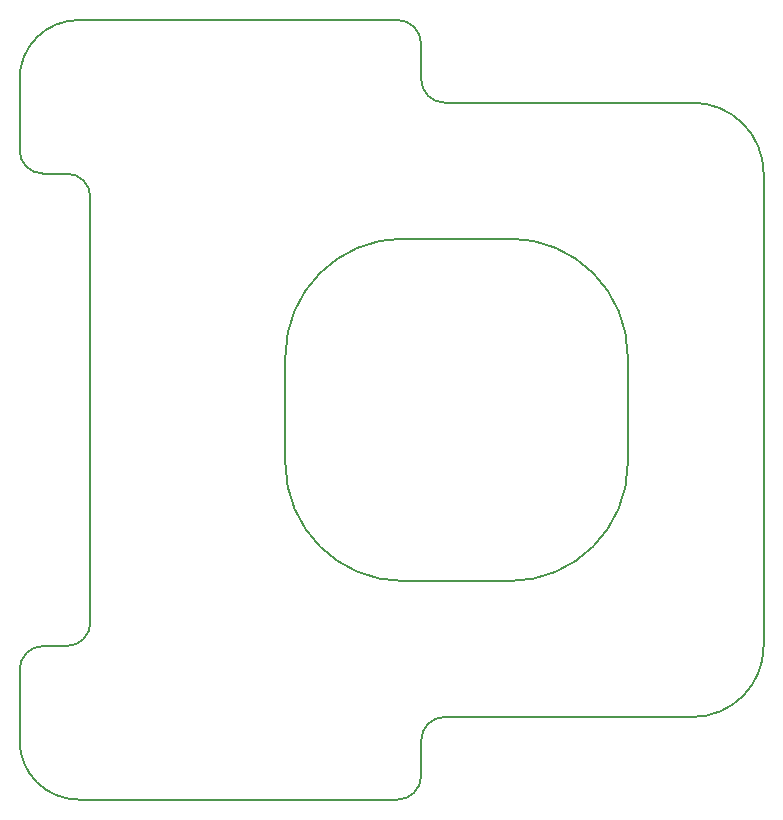
<source format=gm1>
G04 #@! TF.FileFunction,Profile,NP*
%FSLAX46Y46*%
G04 Gerber Fmt 4.6, Leading zero omitted, Abs format (unit mm)*
G04 Created by KiCad (PCBNEW 4.0.6+dfsg1-1) date Mon Aug 28 12:32:08 2017*
%MOMM*%
%LPD*%
G01*
G04 APERTURE LIST*
%ADD10C,0.100000*%
%ADD11C,0.150000*%
G04 APERTURE END LIST*
D10*
D11*
X97000000Y-69000000D02*
G75*
G03X95000000Y-67000000I-2000000J0D01*
G01*
X97000000Y-72000000D02*
G75*
G03X99000000Y-74000000I2000000J0D01*
G01*
X99000000Y-126000000D02*
G75*
G03X97000000Y-128000000I0J-2000000D01*
G01*
X95000000Y-133000000D02*
G75*
G03X97000000Y-131000000I0J2000000D01*
G01*
X65000000Y-120000000D02*
G75*
G03X63000000Y-122000000I0J-2000000D01*
G01*
X67000000Y-120000000D02*
G75*
G03X69000000Y-118000000I0J2000000D01*
G01*
X69000000Y-82000000D02*
G75*
G03X67000000Y-80000000I-2000000J0D01*
G01*
X63000000Y-78000000D02*
G75*
G03X65000000Y-80000000I2000000J0D01*
G01*
X68000000Y-67000000D02*
G75*
G03X63000000Y-72000000I0J-5000000D01*
G01*
X63000000Y-128000000D02*
G75*
G03X68000000Y-133000000I5000000J0D01*
G01*
X126000000Y-80000000D02*
G75*
G03X120000000Y-74000000I-6000000J0D01*
G01*
X120000000Y-126000000D02*
G75*
G03X126000000Y-120000000I0J6000000D01*
G01*
X114500000Y-95500000D02*
G75*
G03X104500000Y-85500000I-10000000J0D01*
G01*
X95500000Y-85500000D02*
G75*
G03X85500000Y-95500000I0J-10000000D01*
G01*
X85500000Y-104500000D02*
G75*
G03X95500000Y-114500000I10000000J0D01*
G01*
X104500000Y-114500000D02*
G75*
G03X114500000Y-104500000I0J10000000D01*
G01*
X114500000Y-95500000D02*
X114500000Y-104500000D01*
X95500000Y-85500000D02*
X104500000Y-85500000D01*
X85500000Y-104500000D02*
X85500000Y-95500000D01*
X104500000Y-114500000D02*
X95500000Y-114500000D01*
X63000000Y-78000000D02*
X63000000Y-72000000D01*
X67000000Y-80000000D02*
X65000000Y-80000000D01*
X69000000Y-118000000D02*
X69000000Y-82000000D01*
X65000000Y-120000000D02*
X67000000Y-120000000D01*
X63000000Y-128000000D02*
X63000000Y-122000000D01*
X95000000Y-133000000D02*
X68000000Y-133000000D01*
X97000000Y-128000000D02*
X97000000Y-131000000D01*
X120000000Y-126000000D02*
X99000000Y-126000000D01*
X126000000Y-80000000D02*
X126000000Y-120000000D01*
X99000000Y-74000000D02*
X120000000Y-74000000D01*
X97000000Y-69000000D02*
X97000000Y-72000000D01*
X68000000Y-67000000D02*
X95000000Y-67000000D01*
M02*

</source>
